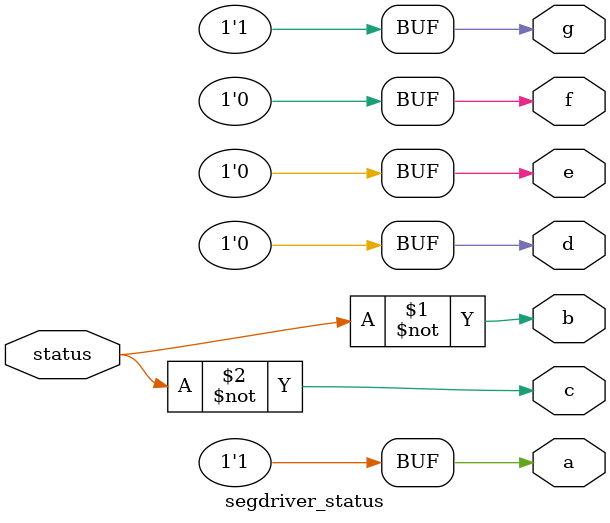
<source format=v>
module segdriver_status (status,a,b,c,d,e,f,g);
input status;
output a,b,c,d,e,f,g;

assign a = 1;
assign b = ~status;
assign c = ~status;
assign d = 0;
assign e = 0;
assign f = 0;
assign g = 1;

endmodule 
</source>
